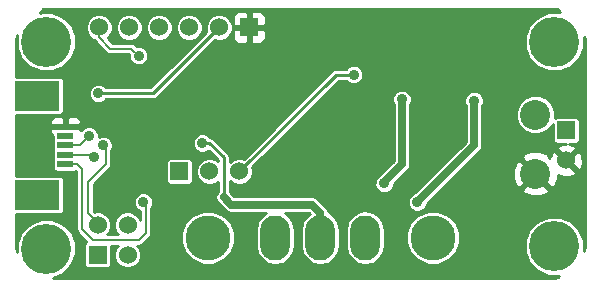
<source format=gbl>
G04 (created by PCBNEW (2013-05-31 BZR 4019)-stable) date 8/16/2014 12:09:56 PM*
%MOIN*%
G04 Gerber Fmt 3.4, Leading zero omitted, Abs format*
%FSLAX34Y34*%
G01*
G70*
G90*
G04 APERTURE LIST*
%ADD10C,0.00590551*%
%ADD11R,0.1496X0.0984*%
%ADD12R,0.0551X0.0197*%
%ADD13O,0.1X0.15*%
%ADD14C,0.15*%
%ADD15R,0.06X0.06*%
%ADD16C,0.06*%
%ADD17C,0.1*%
%ADD18C,0.167*%
%ADD19C,0.035*%
%ADD20C,0.01*%
%ADD21C,0.008*%
%ADD22C,0.025*%
G04 APERTURE END LIST*
G54D10*
G54D11*
X52047Y-40471D03*
X52047Y-43779D03*
G54D12*
X52992Y-41495D03*
X52992Y-41810D03*
X52992Y-42755D03*
X52992Y-42440D03*
X52992Y-42125D03*
G54D13*
X59996Y-45196D03*
X61496Y-45196D03*
X62996Y-45196D03*
G54D14*
X57746Y-45196D03*
X65246Y-45196D03*
G54D15*
X56795Y-42992D03*
G54D16*
X57795Y-42992D03*
X58795Y-42992D03*
G54D15*
X54066Y-45775D03*
G54D16*
X54066Y-44775D03*
X55066Y-45775D03*
X55066Y-44775D03*
G54D15*
X59114Y-38188D03*
G54D16*
X58114Y-38188D03*
X57114Y-38188D03*
X56114Y-38188D03*
X55114Y-38188D03*
X54114Y-38188D03*
G54D17*
X68661Y-41102D03*
X68661Y-43070D03*
G54D18*
X52362Y-38673D03*
X52362Y-45562D03*
X69291Y-45484D03*
X69291Y-38673D03*
G54D15*
X69685Y-41625D03*
G54D16*
X69685Y-42625D03*
G54D19*
X54094Y-40393D03*
X53937Y-42519D03*
X53779Y-41811D03*
X55433Y-39133D03*
X54251Y-42125D03*
X62598Y-39763D03*
X55590Y-44015D03*
X64724Y-44015D03*
X66614Y-40629D03*
X57559Y-42047D03*
X64881Y-40551D03*
X67874Y-45826D03*
X61023Y-41535D03*
X63661Y-41771D03*
X54724Y-44015D03*
X58818Y-40551D03*
X58346Y-39055D03*
X56456Y-39291D03*
X54566Y-39291D03*
X63385Y-37874D03*
X63543Y-42598D03*
X64212Y-40590D03*
X63622Y-43385D03*
G54D20*
X54094Y-40393D02*
X55909Y-40393D01*
X55909Y-40393D02*
X58114Y-38188D01*
G54D21*
X53858Y-42440D02*
X52992Y-42440D01*
X53937Y-42519D02*
X53858Y-42440D01*
X52992Y-42125D02*
X53464Y-42125D01*
X53464Y-42125D02*
X53779Y-41811D01*
X54114Y-38523D02*
X54114Y-38188D01*
X54488Y-38897D02*
X54114Y-38523D01*
X55196Y-38897D02*
X54488Y-38897D01*
X55433Y-39133D02*
X55196Y-38897D01*
X54066Y-44775D02*
X54066Y-44713D01*
X53740Y-43346D02*
X54330Y-42755D01*
X53740Y-44386D02*
X53740Y-43346D01*
X54066Y-44713D02*
X53740Y-44386D01*
X54330Y-42204D02*
X54330Y-42755D01*
X54251Y-42125D02*
X54330Y-42204D01*
X53543Y-44763D02*
X53543Y-42913D01*
X53385Y-42755D02*
X52992Y-42755D01*
X53543Y-42913D02*
X53385Y-42755D01*
X55433Y-45275D02*
X53897Y-45275D01*
X53897Y-45275D02*
X53543Y-44921D01*
X53543Y-44921D02*
X53543Y-44763D01*
G54D20*
X62598Y-39763D02*
X62023Y-39763D01*
X62023Y-39763D02*
X58795Y-42992D01*
G54D21*
X55590Y-44015D02*
X55669Y-44094D01*
X55669Y-44094D02*
X55669Y-45039D01*
X55669Y-45039D02*
X55433Y-45275D01*
G54D22*
X66614Y-40629D02*
X66614Y-42125D01*
X66614Y-42125D02*
X64724Y-44015D01*
X61496Y-45196D02*
X61496Y-44370D01*
X61496Y-44370D02*
X61220Y-44094D01*
X61220Y-44094D02*
X58503Y-44094D01*
X58503Y-44094D02*
X58267Y-43858D01*
G54D20*
X58267Y-43858D02*
X58267Y-42519D01*
X58267Y-42519D02*
X57795Y-42047D01*
X57795Y-42047D02*
X57559Y-42047D01*
G54D22*
X63622Y-43385D02*
X63622Y-43346D01*
X64212Y-42755D02*
X64212Y-40590D01*
X63622Y-43346D02*
X64212Y-42755D01*
G54D10*
G36*
X70312Y-45494D02*
X70286Y-45626D01*
X70276Y-45637D01*
X70276Y-45289D01*
X70239Y-45200D01*
X70239Y-42707D01*
X70228Y-42489D01*
X70166Y-42338D01*
X70135Y-42329D01*
X70135Y-41896D01*
X70135Y-41296D01*
X70112Y-41241D01*
X70070Y-41198D01*
X70015Y-41176D01*
X69955Y-41175D01*
X69355Y-41175D01*
X69311Y-41194D01*
X69311Y-40973D01*
X69212Y-40734D01*
X69030Y-40551D01*
X68791Y-40452D01*
X68532Y-40452D01*
X68293Y-40550D01*
X68110Y-40733D01*
X68011Y-40972D01*
X68011Y-41231D01*
X68110Y-41470D01*
X68292Y-41653D01*
X68531Y-41752D01*
X68790Y-41752D01*
X69029Y-41653D01*
X69212Y-41471D01*
X69235Y-41415D01*
X69235Y-41955D01*
X69257Y-42010D01*
X69299Y-42053D01*
X69355Y-42075D01*
X69414Y-42076D01*
X69670Y-42076D01*
X69548Y-42082D01*
X69397Y-42144D01*
X69369Y-42240D01*
X69685Y-42555D01*
X70000Y-42240D01*
X69972Y-42144D01*
X69780Y-42076D01*
X70014Y-42076D01*
X70069Y-42053D01*
X70112Y-42011D01*
X70135Y-41955D01*
X70135Y-41896D01*
X70135Y-42329D01*
X70070Y-42310D01*
X69755Y-42625D01*
X70070Y-42941D01*
X70166Y-42913D01*
X70239Y-42707D01*
X70239Y-45200D01*
X70126Y-44927D01*
X70000Y-44800D01*
X70000Y-43011D01*
X69685Y-42696D01*
X69679Y-42702D01*
X69608Y-42631D01*
X69614Y-42625D01*
X69299Y-42310D01*
X69203Y-42338D01*
X69137Y-42524D01*
X69121Y-42540D01*
X69069Y-42424D01*
X68790Y-42317D01*
X68492Y-42325D01*
X68253Y-42424D01*
X68201Y-42540D01*
X68661Y-43000D01*
X68666Y-42994D01*
X68737Y-43065D01*
X68732Y-43070D01*
X69192Y-43530D01*
X69308Y-43478D01*
X69415Y-43200D01*
X69412Y-43112D01*
X69603Y-43180D01*
X69821Y-43169D01*
X69972Y-43107D01*
X70000Y-43011D01*
X70000Y-44800D01*
X69850Y-44649D01*
X69488Y-44499D01*
X69121Y-44499D01*
X69121Y-43601D01*
X68661Y-43141D01*
X68590Y-43212D01*
X68590Y-43070D01*
X68130Y-42610D01*
X68014Y-42662D01*
X67907Y-42941D01*
X67915Y-43239D01*
X68014Y-43478D01*
X68130Y-43530D01*
X68590Y-43070D01*
X68590Y-43212D01*
X68201Y-43601D01*
X68253Y-43717D01*
X68531Y-43824D01*
X68830Y-43816D01*
X69069Y-43717D01*
X69121Y-43601D01*
X69121Y-44499D01*
X69096Y-44499D01*
X68734Y-44648D01*
X68456Y-44925D01*
X68306Y-45287D01*
X68306Y-45679D01*
X68455Y-46041D01*
X68732Y-46318D01*
X69094Y-46469D01*
X69444Y-46469D01*
X69405Y-46507D01*
X69275Y-46533D01*
X66939Y-46533D01*
X66939Y-40565D01*
X66889Y-40446D01*
X66798Y-40354D01*
X66679Y-40304D01*
X66549Y-40304D01*
X66430Y-40354D01*
X66338Y-40445D01*
X66289Y-40564D01*
X66289Y-40694D01*
X66338Y-40813D01*
X66339Y-40814D01*
X66339Y-42012D01*
X64660Y-43690D01*
X64660Y-43690D01*
X64540Y-43740D01*
X64537Y-43742D01*
X64537Y-40526D01*
X64488Y-40406D01*
X64396Y-40315D01*
X64277Y-40265D01*
X64148Y-40265D01*
X64028Y-40314D01*
X63937Y-40406D01*
X63887Y-40525D01*
X63887Y-40654D01*
X63936Y-40774D01*
X63937Y-40775D01*
X63937Y-42641D01*
X63491Y-43088D01*
X63438Y-43110D01*
X63346Y-43201D01*
X63297Y-43320D01*
X63296Y-43450D01*
X63346Y-43569D01*
X63437Y-43661D01*
X63557Y-43710D01*
X63686Y-43710D01*
X63805Y-43661D01*
X63897Y-43570D01*
X63946Y-43450D01*
X63947Y-43410D01*
X64407Y-42950D01*
X64466Y-42861D01*
X64466Y-42861D01*
X64487Y-42755D01*
X64487Y-40775D01*
X64487Y-40774D01*
X64537Y-40655D01*
X64537Y-40526D01*
X64537Y-43742D01*
X64449Y-43831D01*
X64399Y-43950D01*
X64399Y-44080D01*
X64448Y-44199D01*
X64540Y-44291D01*
X64659Y-44340D01*
X64788Y-44340D01*
X64908Y-44291D01*
X64999Y-44200D01*
X65049Y-44080D01*
X65049Y-44079D01*
X66808Y-42320D01*
X66868Y-42231D01*
X66868Y-42231D01*
X66889Y-42125D01*
X66889Y-40814D01*
X66889Y-40814D01*
X66939Y-40694D01*
X66939Y-40565D01*
X66939Y-46533D01*
X66146Y-46533D01*
X66146Y-45018D01*
X66009Y-44687D01*
X65756Y-44434D01*
X65425Y-44297D01*
X65067Y-44296D01*
X64736Y-44433D01*
X64483Y-44686D01*
X64346Y-45017D01*
X64345Y-45375D01*
X64482Y-45705D01*
X64735Y-45959D01*
X65066Y-46096D01*
X65424Y-46097D01*
X65755Y-45960D01*
X66008Y-45707D01*
X66145Y-45376D01*
X66146Y-45018D01*
X66146Y-46533D01*
X63646Y-46533D01*
X63646Y-45464D01*
X63646Y-44929D01*
X63596Y-44680D01*
X63455Y-44469D01*
X63244Y-44328D01*
X62996Y-44279D01*
X62923Y-44293D01*
X62923Y-39699D01*
X62874Y-39579D01*
X62782Y-39488D01*
X62663Y-39438D01*
X62534Y-39438D01*
X62414Y-39488D01*
X62338Y-39563D01*
X62023Y-39563D01*
X61947Y-39579D01*
X61882Y-39622D01*
X59664Y-41840D01*
X59664Y-38439D01*
X59664Y-37938D01*
X59664Y-37839D01*
X59625Y-37747D01*
X59555Y-37676D01*
X59463Y-37638D01*
X59226Y-37638D01*
X59164Y-37701D01*
X59164Y-38138D01*
X59601Y-38138D01*
X59664Y-38076D01*
X59664Y-37938D01*
X59664Y-38439D01*
X59664Y-38301D01*
X59601Y-38238D01*
X59164Y-38238D01*
X59164Y-38676D01*
X59226Y-38738D01*
X59463Y-38739D01*
X59555Y-38701D01*
X59625Y-38630D01*
X59664Y-38538D01*
X59664Y-38439D01*
X59664Y-41840D01*
X59064Y-42440D01*
X59064Y-38676D01*
X59064Y-38238D01*
X59064Y-38138D01*
X59064Y-37701D01*
X59001Y-37638D01*
X58764Y-37638D01*
X58672Y-37676D01*
X58602Y-37747D01*
X58564Y-37839D01*
X58564Y-37938D01*
X58564Y-38076D01*
X58626Y-38138D01*
X59064Y-38138D01*
X59064Y-38238D01*
X58626Y-38238D01*
X58564Y-38301D01*
X58564Y-38099D01*
X58495Y-37934D01*
X58369Y-37807D01*
X58204Y-37739D01*
X58025Y-37738D01*
X57859Y-37807D01*
X57732Y-37933D01*
X57664Y-38099D01*
X57664Y-38278D01*
X57686Y-38333D01*
X57564Y-38456D01*
X57564Y-38099D01*
X57495Y-37934D01*
X57369Y-37807D01*
X57204Y-37739D01*
X57025Y-37738D01*
X56859Y-37807D01*
X56732Y-37933D01*
X56664Y-38099D01*
X56664Y-38278D01*
X56732Y-38443D01*
X56858Y-38570D01*
X57024Y-38638D01*
X57203Y-38639D01*
X57368Y-38570D01*
X57495Y-38444D01*
X57564Y-38278D01*
X57564Y-38099D01*
X57564Y-38456D01*
X56564Y-39456D01*
X56564Y-38099D01*
X56495Y-37934D01*
X56369Y-37807D01*
X56204Y-37739D01*
X56025Y-37738D01*
X55859Y-37807D01*
X55732Y-37933D01*
X55664Y-38099D01*
X55664Y-38278D01*
X55732Y-38443D01*
X55858Y-38570D01*
X56024Y-38638D01*
X56203Y-38639D01*
X56368Y-38570D01*
X56495Y-38444D01*
X56564Y-38278D01*
X56564Y-38099D01*
X56564Y-39456D01*
X55826Y-40193D01*
X55758Y-40193D01*
X55758Y-39069D01*
X55708Y-38950D01*
X55617Y-38858D01*
X55564Y-38836D01*
X55564Y-38099D01*
X55495Y-37934D01*
X55369Y-37807D01*
X55204Y-37739D01*
X55025Y-37738D01*
X54859Y-37807D01*
X54732Y-37933D01*
X54664Y-38099D01*
X54664Y-38278D01*
X54732Y-38443D01*
X54858Y-38570D01*
X55024Y-38638D01*
X55203Y-38639D01*
X55368Y-38570D01*
X55495Y-38444D01*
X55564Y-38278D01*
X55564Y-38099D01*
X55564Y-38836D01*
X55498Y-38808D01*
X55376Y-38808D01*
X55331Y-38763D01*
X55269Y-38722D01*
X55196Y-38707D01*
X54566Y-38707D01*
X54399Y-38540D01*
X54495Y-38444D01*
X54564Y-38278D01*
X54564Y-38099D01*
X54495Y-37934D01*
X54369Y-37807D01*
X54204Y-37739D01*
X54025Y-37738D01*
X53859Y-37807D01*
X53732Y-37933D01*
X53664Y-38099D01*
X53664Y-38278D01*
X53732Y-38443D01*
X53858Y-38570D01*
X53945Y-38606D01*
X53979Y-38657D01*
X54353Y-39031D01*
X54353Y-39031D01*
X54415Y-39073D01*
X54476Y-39085D01*
X54488Y-39087D01*
X54488Y-39087D01*
X54488Y-39087D01*
X55108Y-39087D01*
X55108Y-39198D01*
X55157Y-39317D01*
X55248Y-39409D01*
X55368Y-39458D01*
X55497Y-39458D01*
X55616Y-39409D01*
X55708Y-39318D01*
X55758Y-39198D01*
X55758Y-39069D01*
X55758Y-40193D01*
X54354Y-40193D01*
X54278Y-40118D01*
X54159Y-40068D01*
X54030Y-40068D01*
X53910Y-40118D01*
X53819Y-40209D01*
X53769Y-40328D01*
X53769Y-40458D01*
X53818Y-40577D01*
X53910Y-40669D01*
X54029Y-40718D01*
X54158Y-40718D01*
X54278Y-40669D01*
X54354Y-40593D01*
X55909Y-40593D01*
X55985Y-40578D01*
X56050Y-40535D01*
X57969Y-38616D01*
X58024Y-38638D01*
X58203Y-38639D01*
X58368Y-38570D01*
X58495Y-38444D01*
X58564Y-38278D01*
X58564Y-38099D01*
X58564Y-38301D01*
X58564Y-38301D01*
X58564Y-38439D01*
X58564Y-38538D01*
X58602Y-38630D01*
X58672Y-38701D01*
X58764Y-38739D01*
X59001Y-38738D01*
X59064Y-38676D01*
X59064Y-42440D01*
X58939Y-42564D01*
X58885Y-42542D01*
X58706Y-42542D01*
X58540Y-42610D01*
X58467Y-42683D01*
X58467Y-42519D01*
X58455Y-42455D01*
X58452Y-42443D01*
X58452Y-42443D01*
X58409Y-42378D01*
X57936Y-41905D01*
X57871Y-41862D01*
X57824Y-41853D01*
X57743Y-41771D01*
X57623Y-41722D01*
X57494Y-41722D01*
X57375Y-41771D01*
X57283Y-41862D01*
X57234Y-41982D01*
X57233Y-42111D01*
X57283Y-42231D01*
X57374Y-42322D01*
X57494Y-42372D01*
X57623Y-42372D01*
X57742Y-42322D01*
X57765Y-42300D01*
X58067Y-42602D01*
X58067Y-42628D01*
X58050Y-42610D01*
X57885Y-42542D01*
X57706Y-42542D01*
X57540Y-42610D01*
X57414Y-42736D01*
X57345Y-42902D01*
X57345Y-43081D01*
X57413Y-43246D01*
X57540Y-43373D01*
X57705Y-43442D01*
X57884Y-43442D01*
X58049Y-43373D01*
X58067Y-43356D01*
X58067Y-43672D01*
X58013Y-43753D01*
X57992Y-43858D01*
X58013Y-43963D01*
X58073Y-44052D01*
X58309Y-44288D01*
X58398Y-44348D01*
X58398Y-44348D01*
X58503Y-44369D01*
X59686Y-44369D01*
X59536Y-44469D01*
X59395Y-44680D01*
X59346Y-44929D01*
X59346Y-45464D01*
X59395Y-45713D01*
X59536Y-45924D01*
X59747Y-46065D01*
X59996Y-46114D01*
X60244Y-46065D01*
X60455Y-45924D01*
X60596Y-45713D01*
X60646Y-45464D01*
X60646Y-44929D01*
X60596Y-44680D01*
X60455Y-44469D01*
X60305Y-44369D01*
X61106Y-44369D01*
X61138Y-44401D01*
X61036Y-44469D01*
X60895Y-44680D01*
X60846Y-44929D01*
X60846Y-45464D01*
X60895Y-45713D01*
X61036Y-45924D01*
X61247Y-46065D01*
X61496Y-46114D01*
X61744Y-46065D01*
X61955Y-45924D01*
X62096Y-45713D01*
X62146Y-45464D01*
X62146Y-44929D01*
X62096Y-44680D01*
X61955Y-44469D01*
X61765Y-44342D01*
X61750Y-44264D01*
X61750Y-44264D01*
X61690Y-44175D01*
X61414Y-43900D01*
X61325Y-43840D01*
X61220Y-43819D01*
X58617Y-43819D01*
X58467Y-43669D01*
X58467Y-43300D01*
X58540Y-43373D01*
X58705Y-43442D01*
X58884Y-43442D01*
X59049Y-43373D01*
X59176Y-43247D01*
X59245Y-43082D01*
X59245Y-42903D01*
X59222Y-42847D01*
X62106Y-39963D01*
X62338Y-39963D01*
X62414Y-40039D01*
X62533Y-40088D01*
X62662Y-40088D01*
X62782Y-40039D01*
X62873Y-39948D01*
X62923Y-39828D01*
X62923Y-39699D01*
X62923Y-44293D01*
X62747Y-44328D01*
X62536Y-44469D01*
X62395Y-44680D01*
X62346Y-44929D01*
X62346Y-45464D01*
X62395Y-45713D01*
X62536Y-45924D01*
X62747Y-46065D01*
X62996Y-46114D01*
X63244Y-46065D01*
X63455Y-45924D01*
X63596Y-45713D01*
X63646Y-45464D01*
X63646Y-46533D01*
X58646Y-46533D01*
X58646Y-45018D01*
X58509Y-44687D01*
X58256Y-44434D01*
X57925Y-44297D01*
X57567Y-44296D01*
X57245Y-44429D01*
X57245Y-43262D01*
X57245Y-42662D01*
X57222Y-42607D01*
X57180Y-42565D01*
X57125Y-42542D01*
X57065Y-42542D01*
X56465Y-42542D01*
X56410Y-42564D01*
X56368Y-42607D01*
X56345Y-42662D01*
X56345Y-42721D01*
X56345Y-43321D01*
X56368Y-43376D01*
X56410Y-43419D01*
X56465Y-43442D01*
X56524Y-43442D01*
X57124Y-43442D01*
X57180Y-43419D01*
X57222Y-43377D01*
X57245Y-43322D01*
X57245Y-43262D01*
X57245Y-44429D01*
X57236Y-44433D01*
X56983Y-44686D01*
X56846Y-45017D01*
X56845Y-45375D01*
X56982Y-45705D01*
X57235Y-45959D01*
X57566Y-46096D01*
X57924Y-46097D01*
X58255Y-45960D01*
X58508Y-45707D01*
X58645Y-45376D01*
X58646Y-45018D01*
X58646Y-46533D01*
X55915Y-46533D01*
X55915Y-43951D01*
X55866Y-43831D01*
X55774Y-43740D01*
X55655Y-43690D01*
X55526Y-43690D01*
X55406Y-43740D01*
X55315Y-43831D01*
X55265Y-43950D01*
X55265Y-44080D01*
X55314Y-44199D01*
X55406Y-44291D01*
X55479Y-44321D01*
X55479Y-44595D01*
X55448Y-44521D01*
X55322Y-44394D01*
X55156Y-44325D01*
X54977Y-44325D01*
X54812Y-44393D01*
X54685Y-44520D01*
X54617Y-44685D01*
X54616Y-44864D01*
X54685Y-45030D01*
X54740Y-45085D01*
X54393Y-45085D01*
X54448Y-45030D01*
X54516Y-44865D01*
X54517Y-44686D01*
X54448Y-44521D01*
X54322Y-44394D01*
X54156Y-44325D01*
X53977Y-44325D01*
X53956Y-44334D01*
X53930Y-44308D01*
X53930Y-43425D01*
X54465Y-42890D01*
X54465Y-42890D01*
X54465Y-42890D01*
X54506Y-42828D01*
X54520Y-42755D01*
X54520Y-42316D01*
X54527Y-42310D01*
X54576Y-42190D01*
X54577Y-42061D01*
X54527Y-41942D01*
X54436Y-41850D01*
X54316Y-41801D01*
X54187Y-41800D01*
X54104Y-41835D01*
X54104Y-41746D01*
X54055Y-41627D01*
X53963Y-41535D01*
X53844Y-41486D01*
X53715Y-41485D01*
X53595Y-41535D01*
X53518Y-41612D01*
X53518Y-41347D01*
X53480Y-41256D01*
X53409Y-41185D01*
X53317Y-41147D01*
X53218Y-41147D01*
X53105Y-41147D01*
X53042Y-41209D01*
X53042Y-41446D01*
X53455Y-41446D01*
X53518Y-41384D01*
X53518Y-41347D01*
X53518Y-41612D01*
X53518Y-41612D01*
X53518Y-41607D01*
X53455Y-41545D01*
X53042Y-41545D01*
X53042Y-41553D01*
X52942Y-41553D01*
X52942Y-41545D01*
X52942Y-41446D01*
X52942Y-41209D01*
X52880Y-41147D01*
X52766Y-41147D01*
X52667Y-41147D01*
X52575Y-41185D01*
X52504Y-41256D01*
X52467Y-41347D01*
X52467Y-41384D01*
X52529Y-41446D01*
X52942Y-41446D01*
X52942Y-41545D01*
X52529Y-41545D01*
X52467Y-41607D01*
X52467Y-41643D01*
X52504Y-41735D01*
X52567Y-41798D01*
X52567Y-41939D01*
X52579Y-41968D01*
X52567Y-41997D01*
X52567Y-42057D01*
X52567Y-42254D01*
X52579Y-42283D01*
X52567Y-42312D01*
X52567Y-42372D01*
X52567Y-42569D01*
X52579Y-42598D01*
X52567Y-42627D01*
X52567Y-42687D01*
X52567Y-42884D01*
X52589Y-42939D01*
X52631Y-42981D01*
X52687Y-43004D01*
X52746Y-43004D01*
X53297Y-43004D01*
X53345Y-42984D01*
X53353Y-42992D01*
X53353Y-44763D01*
X53353Y-44921D01*
X53367Y-44993D01*
X53408Y-45055D01*
X53695Y-45342D01*
X53682Y-45348D01*
X53639Y-45390D01*
X53616Y-45445D01*
X53616Y-45505D01*
X53616Y-46105D01*
X53639Y-46160D01*
X53681Y-46202D01*
X53736Y-46225D01*
X53796Y-46225D01*
X54396Y-46225D01*
X54451Y-46202D01*
X54494Y-46160D01*
X54516Y-46105D01*
X54516Y-46045D01*
X54516Y-45465D01*
X54740Y-45465D01*
X54685Y-45520D01*
X54617Y-45685D01*
X54616Y-45864D01*
X54685Y-46030D01*
X54811Y-46156D01*
X54977Y-46225D01*
X55156Y-46225D01*
X55321Y-46157D01*
X55448Y-46030D01*
X55516Y-45865D01*
X55517Y-45686D01*
X55448Y-45521D01*
X55393Y-45465D01*
X55433Y-45465D01*
X55505Y-45451D01*
X55567Y-45409D01*
X55803Y-45173D01*
X55844Y-45112D01*
X55859Y-45039D01*
X55859Y-44206D01*
X55865Y-44200D01*
X55915Y-44080D01*
X55915Y-43951D01*
X55915Y-46533D01*
X52593Y-46533D01*
X52919Y-46398D01*
X53196Y-46121D01*
X53347Y-45759D01*
X53347Y-45367D01*
X53197Y-45005D01*
X52920Y-44728D01*
X52558Y-44578D01*
X52167Y-44577D01*
X51804Y-44727D01*
X51527Y-45004D01*
X51377Y-45366D01*
X51377Y-45680D01*
X51340Y-45496D01*
X51340Y-44422D01*
X52825Y-44422D01*
X52880Y-44399D01*
X52922Y-44357D01*
X52945Y-44301D01*
X52945Y-44242D01*
X52945Y-43258D01*
X52922Y-43203D01*
X52880Y-43160D01*
X52825Y-43138D01*
X52765Y-43137D01*
X51340Y-43137D01*
X51340Y-41114D01*
X52825Y-41114D01*
X52880Y-41091D01*
X52922Y-41049D01*
X52945Y-40993D01*
X52945Y-40934D01*
X52945Y-39950D01*
X52922Y-39895D01*
X52880Y-39852D01*
X52825Y-39830D01*
X52765Y-39829D01*
X51340Y-39829D01*
X51340Y-38598D01*
X51366Y-38468D01*
X51391Y-38443D01*
X51377Y-38476D01*
X51377Y-38868D01*
X51526Y-39230D01*
X51803Y-39507D01*
X52165Y-39658D01*
X52557Y-39658D01*
X52919Y-39508D01*
X53196Y-39231D01*
X53347Y-38870D01*
X53347Y-38478D01*
X53197Y-38115D01*
X52920Y-37838D01*
X52558Y-37688D01*
X52167Y-37688D01*
X52131Y-37702D01*
X52247Y-37587D01*
X52379Y-37561D01*
X69275Y-37561D01*
X69394Y-37584D01*
X69493Y-37690D01*
X69488Y-37688D01*
X69096Y-37688D01*
X68734Y-37837D01*
X68456Y-38114D01*
X68306Y-38476D01*
X68306Y-38868D01*
X68455Y-39230D01*
X68732Y-39507D01*
X69094Y-39658D01*
X69486Y-39658D01*
X69848Y-39508D01*
X70125Y-39231D01*
X70276Y-38870D01*
X70276Y-38525D01*
X70303Y-38554D01*
X70312Y-38600D01*
X70312Y-45494D01*
X70312Y-45494D01*
G37*
G54D20*
X70312Y-45494D02*
X70286Y-45626D01*
X70276Y-45637D01*
X70276Y-45289D01*
X70239Y-45200D01*
X70239Y-42707D01*
X70228Y-42489D01*
X70166Y-42338D01*
X70135Y-42329D01*
X70135Y-41896D01*
X70135Y-41296D01*
X70112Y-41241D01*
X70070Y-41198D01*
X70015Y-41176D01*
X69955Y-41175D01*
X69355Y-41175D01*
X69311Y-41194D01*
X69311Y-40973D01*
X69212Y-40734D01*
X69030Y-40551D01*
X68791Y-40452D01*
X68532Y-40452D01*
X68293Y-40550D01*
X68110Y-40733D01*
X68011Y-40972D01*
X68011Y-41231D01*
X68110Y-41470D01*
X68292Y-41653D01*
X68531Y-41752D01*
X68790Y-41752D01*
X69029Y-41653D01*
X69212Y-41471D01*
X69235Y-41415D01*
X69235Y-41955D01*
X69257Y-42010D01*
X69299Y-42053D01*
X69355Y-42075D01*
X69414Y-42076D01*
X69670Y-42076D01*
X69548Y-42082D01*
X69397Y-42144D01*
X69369Y-42240D01*
X69685Y-42555D01*
X70000Y-42240D01*
X69972Y-42144D01*
X69780Y-42076D01*
X70014Y-42076D01*
X70069Y-42053D01*
X70112Y-42011D01*
X70135Y-41955D01*
X70135Y-41896D01*
X70135Y-42329D01*
X70070Y-42310D01*
X69755Y-42625D01*
X70070Y-42941D01*
X70166Y-42913D01*
X70239Y-42707D01*
X70239Y-45200D01*
X70126Y-44927D01*
X70000Y-44800D01*
X70000Y-43011D01*
X69685Y-42696D01*
X69679Y-42702D01*
X69608Y-42631D01*
X69614Y-42625D01*
X69299Y-42310D01*
X69203Y-42338D01*
X69137Y-42524D01*
X69121Y-42540D01*
X69069Y-42424D01*
X68790Y-42317D01*
X68492Y-42325D01*
X68253Y-42424D01*
X68201Y-42540D01*
X68661Y-43000D01*
X68666Y-42994D01*
X68737Y-43065D01*
X68732Y-43070D01*
X69192Y-43530D01*
X69308Y-43478D01*
X69415Y-43200D01*
X69412Y-43112D01*
X69603Y-43180D01*
X69821Y-43169D01*
X69972Y-43107D01*
X70000Y-43011D01*
X70000Y-44800D01*
X69850Y-44649D01*
X69488Y-44499D01*
X69121Y-44499D01*
X69121Y-43601D01*
X68661Y-43141D01*
X68590Y-43212D01*
X68590Y-43070D01*
X68130Y-42610D01*
X68014Y-42662D01*
X67907Y-42941D01*
X67915Y-43239D01*
X68014Y-43478D01*
X68130Y-43530D01*
X68590Y-43070D01*
X68590Y-43212D01*
X68201Y-43601D01*
X68253Y-43717D01*
X68531Y-43824D01*
X68830Y-43816D01*
X69069Y-43717D01*
X69121Y-43601D01*
X69121Y-44499D01*
X69096Y-44499D01*
X68734Y-44648D01*
X68456Y-44925D01*
X68306Y-45287D01*
X68306Y-45679D01*
X68455Y-46041D01*
X68732Y-46318D01*
X69094Y-46469D01*
X69444Y-46469D01*
X69405Y-46507D01*
X69275Y-46533D01*
X66939Y-46533D01*
X66939Y-40565D01*
X66889Y-40446D01*
X66798Y-40354D01*
X66679Y-40304D01*
X66549Y-40304D01*
X66430Y-40354D01*
X66338Y-40445D01*
X66289Y-40564D01*
X66289Y-40694D01*
X66338Y-40813D01*
X66339Y-40814D01*
X66339Y-42012D01*
X64660Y-43690D01*
X64660Y-43690D01*
X64540Y-43740D01*
X64537Y-43742D01*
X64537Y-40526D01*
X64488Y-40406D01*
X64396Y-40315D01*
X64277Y-40265D01*
X64148Y-40265D01*
X64028Y-40314D01*
X63937Y-40406D01*
X63887Y-40525D01*
X63887Y-40654D01*
X63936Y-40774D01*
X63937Y-40775D01*
X63937Y-42641D01*
X63491Y-43088D01*
X63438Y-43110D01*
X63346Y-43201D01*
X63297Y-43320D01*
X63296Y-43450D01*
X63346Y-43569D01*
X63437Y-43661D01*
X63557Y-43710D01*
X63686Y-43710D01*
X63805Y-43661D01*
X63897Y-43570D01*
X63946Y-43450D01*
X63947Y-43410D01*
X64407Y-42950D01*
X64466Y-42861D01*
X64466Y-42861D01*
X64487Y-42755D01*
X64487Y-40775D01*
X64487Y-40774D01*
X64537Y-40655D01*
X64537Y-40526D01*
X64537Y-43742D01*
X64449Y-43831D01*
X64399Y-43950D01*
X64399Y-44080D01*
X64448Y-44199D01*
X64540Y-44291D01*
X64659Y-44340D01*
X64788Y-44340D01*
X64908Y-44291D01*
X64999Y-44200D01*
X65049Y-44080D01*
X65049Y-44079D01*
X66808Y-42320D01*
X66868Y-42231D01*
X66868Y-42231D01*
X66889Y-42125D01*
X66889Y-40814D01*
X66889Y-40814D01*
X66939Y-40694D01*
X66939Y-40565D01*
X66939Y-46533D01*
X66146Y-46533D01*
X66146Y-45018D01*
X66009Y-44687D01*
X65756Y-44434D01*
X65425Y-44297D01*
X65067Y-44296D01*
X64736Y-44433D01*
X64483Y-44686D01*
X64346Y-45017D01*
X64345Y-45375D01*
X64482Y-45705D01*
X64735Y-45959D01*
X65066Y-46096D01*
X65424Y-46097D01*
X65755Y-45960D01*
X66008Y-45707D01*
X66145Y-45376D01*
X66146Y-45018D01*
X66146Y-46533D01*
X63646Y-46533D01*
X63646Y-45464D01*
X63646Y-44929D01*
X63596Y-44680D01*
X63455Y-44469D01*
X63244Y-44328D01*
X62996Y-44279D01*
X62923Y-44293D01*
X62923Y-39699D01*
X62874Y-39579D01*
X62782Y-39488D01*
X62663Y-39438D01*
X62534Y-39438D01*
X62414Y-39488D01*
X62338Y-39563D01*
X62023Y-39563D01*
X61947Y-39579D01*
X61882Y-39622D01*
X59664Y-41840D01*
X59664Y-38439D01*
X59664Y-37938D01*
X59664Y-37839D01*
X59625Y-37747D01*
X59555Y-37676D01*
X59463Y-37638D01*
X59226Y-37638D01*
X59164Y-37701D01*
X59164Y-38138D01*
X59601Y-38138D01*
X59664Y-38076D01*
X59664Y-37938D01*
X59664Y-38439D01*
X59664Y-38301D01*
X59601Y-38238D01*
X59164Y-38238D01*
X59164Y-38676D01*
X59226Y-38738D01*
X59463Y-38739D01*
X59555Y-38701D01*
X59625Y-38630D01*
X59664Y-38538D01*
X59664Y-38439D01*
X59664Y-41840D01*
X59064Y-42440D01*
X59064Y-38676D01*
X59064Y-38238D01*
X59064Y-38138D01*
X59064Y-37701D01*
X59001Y-37638D01*
X58764Y-37638D01*
X58672Y-37676D01*
X58602Y-37747D01*
X58564Y-37839D01*
X58564Y-37938D01*
X58564Y-38076D01*
X58626Y-38138D01*
X59064Y-38138D01*
X59064Y-38238D01*
X58626Y-38238D01*
X58564Y-38301D01*
X58564Y-38099D01*
X58495Y-37934D01*
X58369Y-37807D01*
X58204Y-37739D01*
X58025Y-37738D01*
X57859Y-37807D01*
X57732Y-37933D01*
X57664Y-38099D01*
X57664Y-38278D01*
X57686Y-38333D01*
X57564Y-38456D01*
X57564Y-38099D01*
X57495Y-37934D01*
X57369Y-37807D01*
X57204Y-37739D01*
X57025Y-37738D01*
X56859Y-37807D01*
X56732Y-37933D01*
X56664Y-38099D01*
X56664Y-38278D01*
X56732Y-38443D01*
X56858Y-38570D01*
X57024Y-38638D01*
X57203Y-38639D01*
X57368Y-38570D01*
X57495Y-38444D01*
X57564Y-38278D01*
X57564Y-38099D01*
X57564Y-38456D01*
X56564Y-39456D01*
X56564Y-38099D01*
X56495Y-37934D01*
X56369Y-37807D01*
X56204Y-37739D01*
X56025Y-37738D01*
X55859Y-37807D01*
X55732Y-37933D01*
X55664Y-38099D01*
X55664Y-38278D01*
X55732Y-38443D01*
X55858Y-38570D01*
X56024Y-38638D01*
X56203Y-38639D01*
X56368Y-38570D01*
X56495Y-38444D01*
X56564Y-38278D01*
X56564Y-38099D01*
X56564Y-39456D01*
X55826Y-40193D01*
X55758Y-40193D01*
X55758Y-39069D01*
X55708Y-38950D01*
X55617Y-38858D01*
X55564Y-38836D01*
X55564Y-38099D01*
X55495Y-37934D01*
X55369Y-37807D01*
X55204Y-37739D01*
X55025Y-37738D01*
X54859Y-37807D01*
X54732Y-37933D01*
X54664Y-38099D01*
X54664Y-38278D01*
X54732Y-38443D01*
X54858Y-38570D01*
X55024Y-38638D01*
X55203Y-38639D01*
X55368Y-38570D01*
X55495Y-38444D01*
X55564Y-38278D01*
X55564Y-38099D01*
X55564Y-38836D01*
X55498Y-38808D01*
X55376Y-38808D01*
X55331Y-38763D01*
X55269Y-38722D01*
X55196Y-38707D01*
X54566Y-38707D01*
X54399Y-38540D01*
X54495Y-38444D01*
X54564Y-38278D01*
X54564Y-38099D01*
X54495Y-37934D01*
X54369Y-37807D01*
X54204Y-37739D01*
X54025Y-37738D01*
X53859Y-37807D01*
X53732Y-37933D01*
X53664Y-38099D01*
X53664Y-38278D01*
X53732Y-38443D01*
X53858Y-38570D01*
X53945Y-38606D01*
X53979Y-38657D01*
X54353Y-39031D01*
X54353Y-39031D01*
X54415Y-39073D01*
X54476Y-39085D01*
X54488Y-39087D01*
X54488Y-39087D01*
X54488Y-39087D01*
X55108Y-39087D01*
X55108Y-39198D01*
X55157Y-39317D01*
X55248Y-39409D01*
X55368Y-39458D01*
X55497Y-39458D01*
X55616Y-39409D01*
X55708Y-39318D01*
X55758Y-39198D01*
X55758Y-39069D01*
X55758Y-40193D01*
X54354Y-40193D01*
X54278Y-40118D01*
X54159Y-40068D01*
X54030Y-40068D01*
X53910Y-40118D01*
X53819Y-40209D01*
X53769Y-40328D01*
X53769Y-40458D01*
X53818Y-40577D01*
X53910Y-40669D01*
X54029Y-40718D01*
X54158Y-40718D01*
X54278Y-40669D01*
X54354Y-40593D01*
X55909Y-40593D01*
X55985Y-40578D01*
X56050Y-40535D01*
X57969Y-38616D01*
X58024Y-38638D01*
X58203Y-38639D01*
X58368Y-38570D01*
X58495Y-38444D01*
X58564Y-38278D01*
X58564Y-38099D01*
X58564Y-38301D01*
X58564Y-38301D01*
X58564Y-38439D01*
X58564Y-38538D01*
X58602Y-38630D01*
X58672Y-38701D01*
X58764Y-38739D01*
X59001Y-38738D01*
X59064Y-38676D01*
X59064Y-42440D01*
X58939Y-42564D01*
X58885Y-42542D01*
X58706Y-42542D01*
X58540Y-42610D01*
X58467Y-42683D01*
X58467Y-42519D01*
X58455Y-42455D01*
X58452Y-42443D01*
X58452Y-42443D01*
X58409Y-42378D01*
X57936Y-41905D01*
X57871Y-41862D01*
X57824Y-41853D01*
X57743Y-41771D01*
X57623Y-41722D01*
X57494Y-41722D01*
X57375Y-41771D01*
X57283Y-41862D01*
X57234Y-41982D01*
X57233Y-42111D01*
X57283Y-42231D01*
X57374Y-42322D01*
X57494Y-42372D01*
X57623Y-42372D01*
X57742Y-42322D01*
X57765Y-42300D01*
X58067Y-42602D01*
X58067Y-42628D01*
X58050Y-42610D01*
X57885Y-42542D01*
X57706Y-42542D01*
X57540Y-42610D01*
X57414Y-42736D01*
X57345Y-42902D01*
X57345Y-43081D01*
X57413Y-43246D01*
X57540Y-43373D01*
X57705Y-43442D01*
X57884Y-43442D01*
X58049Y-43373D01*
X58067Y-43356D01*
X58067Y-43672D01*
X58013Y-43753D01*
X57992Y-43858D01*
X58013Y-43963D01*
X58073Y-44052D01*
X58309Y-44288D01*
X58398Y-44348D01*
X58398Y-44348D01*
X58503Y-44369D01*
X59686Y-44369D01*
X59536Y-44469D01*
X59395Y-44680D01*
X59346Y-44929D01*
X59346Y-45464D01*
X59395Y-45713D01*
X59536Y-45924D01*
X59747Y-46065D01*
X59996Y-46114D01*
X60244Y-46065D01*
X60455Y-45924D01*
X60596Y-45713D01*
X60646Y-45464D01*
X60646Y-44929D01*
X60596Y-44680D01*
X60455Y-44469D01*
X60305Y-44369D01*
X61106Y-44369D01*
X61138Y-44401D01*
X61036Y-44469D01*
X60895Y-44680D01*
X60846Y-44929D01*
X60846Y-45464D01*
X60895Y-45713D01*
X61036Y-45924D01*
X61247Y-46065D01*
X61496Y-46114D01*
X61744Y-46065D01*
X61955Y-45924D01*
X62096Y-45713D01*
X62146Y-45464D01*
X62146Y-44929D01*
X62096Y-44680D01*
X61955Y-44469D01*
X61765Y-44342D01*
X61750Y-44264D01*
X61750Y-44264D01*
X61690Y-44175D01*
X61414Y-43900D01*
X61325Y-43840D01*
X61220Y-43819D01*
X58617Y-43819D01*
X58467Y-43669D01*
X58467Y-43300D01*
X58540Y-43373D01*
X58705Y-43442D01*
X58884Y-43442D01*
X59049Y-43373D01*
X59176Y-43247D01*
X59245Y-43082D01*
X59245Y-42903D01*
X59222Y-42847D01*
X62106Y-39963D01*
X62338Y-39963D01*
X62414Y-40039D01*
X62533Y-40088D01*
X62662Y-40088D01*
X62782Y-40039D01*
X62873Y-39948D01*
X62923Y-39828D01*
X62923Y-39699D01*
X62923Y-44293D01*
X62747Y-44328D01*
X62536Y-44469D01*
X62395Y-44680D01*
X62346Y-44929D01*
X62346Y-45464D01*
X62395Y-45713D01*
X62536Y-45924D01*
X62747Y-46065D01*
X62996Y-46114D01*
X63244Y-46065D01*
X63455Y-45924D01*
X63596Y-45713D01*
X63646Y-45464D01*
X63646Y-46533D01*
X58646Y-46533D01*
X58646Y-45018D01*
X58509Y-44687D01*
X58256Y-44434D01*
X57925Y-44297D01*
X57567Y-44296D01*
X57245Y-44429D01*
X57245Y-43262D01*
X57245Y-42662D01*
X57222Y-42607D01*
X57180Y-42565D01*
X57125Y-42542D01*
X57065Y-42542D01*
X56465Y-42542D01*
X56410Y-42564D01*
X56368Y-42607D01*
X56345Y-42662D01*
X56345Y-42721D01*
X56345Y-43321D01*
X56368Y-43376D01*
X56410Y-43419D01*
X56465Y-43442D01*
X56524Y-43442D01*
X57124Y-43442D01*
X57180Y-43419D01*
X57222Y-43377D01*
X57245Y-43322D01*
X57245Y-43262D01*
X57245Y-44429D01*
X57236Y-44433D01*
X56983Y-44686D01*
X56846Y-45017D01*
X56845Y-45375D01*
X56982Y-45705D01*
X57235Y-45959D01*
X57566Y-46096D01*
X57924Y-46097D01*
X58255Y-45960D01*
X58508Y-45707D01*
X58645Y-45376D01*
X58646Y-45018D01*
X58646Y-46533D01*
X55915Y-46533D01*
X55915Y-43951D01*
X55866Y-43831D01*
X55774Y-43740D01*
X55655Y-43690D01*
X55526Y-43690D01*
X55406Y-43740D01*
X55315Y-43831D01*
X55265Y-43950D01*
X55265Y-44080D01*
X55314Y-44199D01*
X55406Y-44291D01*
X55479Y-44321D01*
X55479Y-44595D01*
X55448Y-44521D01*
X55322Y-44394D01*
X55156Y-44325D01*
X54977Y-44325D01*
X54812Y-44393D01*
X54685Y-44520D01*
X54617Y-44685D01*
X54616Y-44864D01*
X54685Y-45030D01*
X54740Y-45085D01*
X54393Y-45085D01*
X54448Y-45030D01*
X54516Y-44865D01*
X54517Y-44686D01*
X54448Y-44521D01*
X54322Y-44394D01*
X54156Y-44325D01*
X53977Y-44325D01*
X53956Y-44334D01*
X53930Y-44308D01*
X53930Y-43425D01*
X54465Y-42890D01*
X54465Y-42890D01*
X54465Y-42890D01*
X54506Y-42828D01*
X54520Y-42755D01*
X54520Y-42316D01*
X54527Y-42310D01*
X54576Y-42190D01*
X54577Y-42061D01*
X54527Y-41942D01*
X54436Y-41850D01*
X54316Y-41801D01*
X54187Y-41800D01*
X54104Y-41835D01*
X54104Y-41746D01*
X54055Y-41627D01*
X53963Y-41535D01*
X53844Y-41486D01*
X53715Y-41485D01*
X53595Y-41535D01*
X53518Y-41612D01*
X53518Y-41347D01*
X53480Y-41256D01*
X53409Y-41185D01*
X53317Y-41147D01*
X53218Y-41147D01*
X53105Y-41147D01*
X53042Y-41209D01*
X53042Y-41446D01*
X53455Y-41446D01*
X53518Y-41384D01*
X53518Y-41347D01*
X53518Y-41612D01*
X53518Y-41612D01*
X53518Y-41607D01*
X53455Y-41545D01*
X53042Y-41545D01*
X53042Y-41553D01*
X52942Y-41553D01*
X52942Y-41545D01*
X52942Y-41446D01*
X52942Y-41209D01*
X52880Y-41147D01*
X52766Y-41147D01*
X52667Y-41147D01*
X52575Y-41185D01*
X52504Y-41256D01*
X52467Y-41347D01*
X52467Y-41384D01*
X52529Y-41446D01*
X52942Y-41446D01*
X52942Y-41545D01*
X52529Y-41545D01*
X52467Y-41607D01*
X52467Y-41643D01*
X52504Y-41735D01*
X52567Y-41798D01*
X52567Y-41939D01*
X52579Y-41968D01*
X52567Y-41997D01*
X52567Y-42057D01*
X52567Y-42254D01*
X52579Y-42283D01*
X52567Y-42312D01*
X52567Y-42372D01*
X52567Y-42569D01*
X52579Y-42598D01*
X52567Y-42627D01*
X52567Y-42687D01*
X52567Y-42884D01*
X52589Y-42939D01*
X52631Y-42981D01*
X52687Y-43004D01*
X52746Y-43004D01*
X53297Y-43004D01*
X53345Y-42984D01*
X53353Y-42992D01*
X53353Y-44763D01*
X53353Y-44921D01*
X53367Y-44993D01*
X53408Y-45055D01*
X53695Y-45342D01*
X53682Y-45348D01*
X53639Y-45390D01*
X53616Y-45445D01*
X53616Y-45505D01*
X53616Y-46105D01*
X53639Y-46160D01*
X53681Y-46202D01*
X53736Y-46225D01*
X53796Y-46225D01*
X54396Y-46225D01*
X54451Y-46202D01*
X54494Y-46160D01*
X54516Y-46105D01*
X54516Y-46045D01*
X54516Y-45465D01*
X54740Y-45465D01*
X54685Y-45520D01*
X54617Y-45685D01*
X54616Y-45864D01*
X54685Y-46030D01*
X54811Y-46156D01*
X54977Y-46225D01*
X55156Y-46225D01*
X55321Y-46157D01*
X55448Y-46030D01*
X55516Y-45865D01*
X55517Y-45686D01*
X55448Y-45521D01*
X55393Y-45465D01*
X55433Y-45465D01*
X55505Y-45451D01*
X55567Y-45409D01*
X55803Y-45173D01*
X55844Y-45112D01*
X55859Y-45039D01*
X55859Y-44206D01*
X55865Y-44200D01*
X55915Y-44080D01*
X55915Y-43951D01*
X55915Y-46533D01*
X52593Y-46533D01*
X52919Y-46398D01*
X53196Y-46121D01*
X53347Y-45759D01*
X53347Y-45367D01*
X53197Y-45005D01*
X52920Y-44728D01*
X52558Y-44578D01*
X52167Y-44577D01*
X51804Y-44727D01*
X51527Y-45004D01*
X51377Y-45366D01*
X51377Y-45680D01*
X51340Y-45496D01*
X51340Y-44422D01*
X52825Y-44422D01*
X52880Y-44399D01*
X52922Y-44357D01*
X52945Y-44301D01*
X52945Y-44242D01*
X52945Y-43258D01*
X52922Y-43203D01*
X52880Y-43160D01*
X52825Y-43138D01*
X52765Y-43137D01*
X51340Y-43137D01*
X51340Y-41114D01*
X52825Y-41114D01*
X52880Y-41091D01*
X52922Y-41049D01*
X52945Y-40993D01*
X52945Y-40934D01*
X52945Y-39950D01*
X52922Y-39895D01*
X52880Y-39852D01*
X52825Y-39830D01*
X52765Y-39829D01*
X51340Y-39829D01*
X51340Y-38598D01*
X51366Y-38468D01*
X51391Y-38443D01*
X51377Y-38476D01*
X51377Y-38868D01*
X51526Y-39230D01*
X51803Y-39507D01*
X52165Y-39658D01*
X52557Y-39658D01*
X52919Y-39508D01*
X53196Y-39231D01*
X53347Y-38870D01*
X53347Y-38478D01*
X53197Y-38115D01*
X52920Y-37838D01*
X52558Y-37688D01*
X52167Y-37688D01*
X52131Y-37702D01*
X52247Y-37587D01*
X52379Y-37561D01*
X69275Y-37561D01*
X69394Y-37584D01*
X69493Y-37690D01*
X69488Y-37688D01*
X69096Y-37688D01*
X68734Y-37837D01*
X68456Y-38114D01*
X68306Y-38476D01*
X68306Y-38868D01*
X68455Y-39230D01*
X68732Y-39507D01*
X69094Y-39658D01*
X69486Y-39658D01*
X69848Y-39508D01*
X70125Y-39231D01*
X70276Y-38870D01*
X70276Y-38525D01*
X70303Y-38554D01*
X70312Y-38600D01*
X70312Y-45494D01*
M02*

</source>
